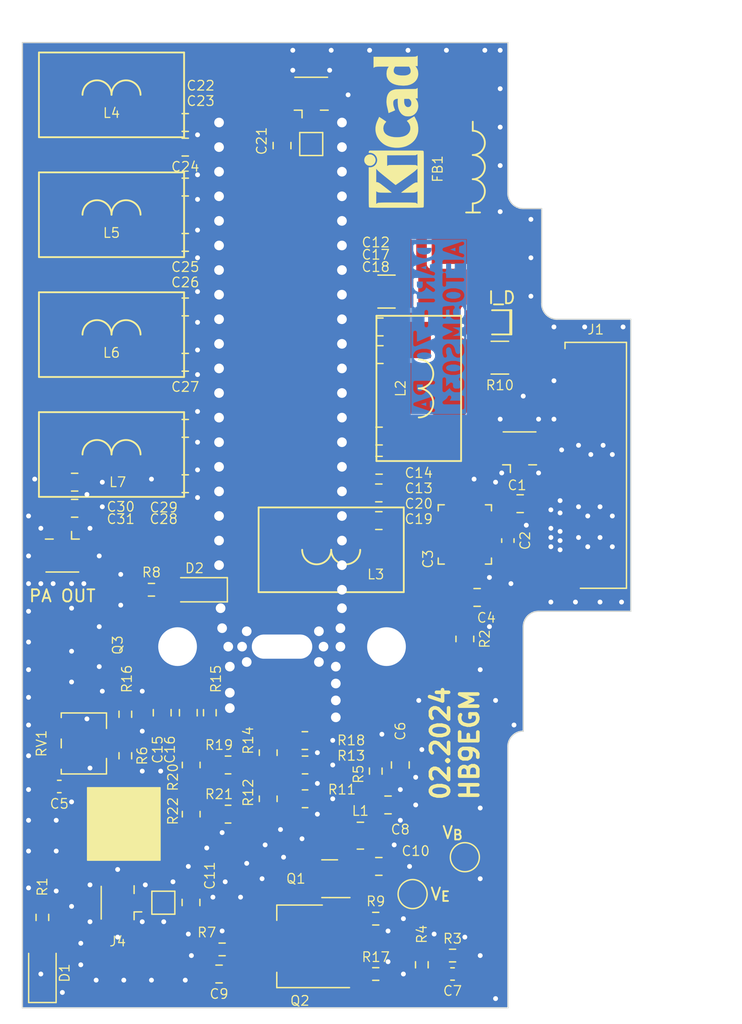
<source format=kicad_pcb>
(kicad_pcb (version 20221018) (generator pcbnew)

  (general
    (thickness 1.6)
  )

  (paper "A4")
  (title_block
    (title "DART-70 PA")
    (date "2024-01-20")
    (rev "0")
    (company "HB9EGM")
  )

  (layers
    (0 "F.Cu" signal)
    (31 "B.Cu" signal)
    (32 "B.Adhes" user "B.Adhesive")
    (33 "F.Adhes" user "F.Adhesive")
    (34 "B.Paste" user)
    (35 "F.Paste" user)
    (36 "B.SilkS" user "B.Silkscreen")
    (37 "F.SilkS" user "F.Silkscreen")
    (38 "B.Mask" user)
    (39 "F.Mask" user)
    (40 "Dwgs.User" user "User.Drawings")
    (41 "Cmts.User" user "User.Comments")
    (42 "Eco1.User" user "User.Eco1")
    (43 "Eco2.User" user "User.Eco2")
    (44 "Edge.Cuts" user)
    (45 "Margin" user)
    (46 "B.CrtYd" user "B.Courtyard")
    (47 "F.CrtYd" user "F.Courtyard")
    (48 "B.Fab" user)
    (49 "F.Fab" user)
    (50 "User.1" user)
    (51 "User.2" user)
    (52 "User.3" user)
    (53 "User.4" user)
    (54 "User.5" user)
    (55 "User.6" user)
    (56 "User.7" user)
    (57 "User.8" user)
    (58 "User.9" user)
  )

  (setup
    (pad_to_mask_clearance 0)
    (pcbplotparams
      (layerselection 0x00010fc_ffffffff)
      (plot_on_all_layers_selection 0x0000000_00000000)
      (disableapertmacros false)
      (usegerberextensions false)
      (usegerberattributes true)
      (usegerberadvancedattributes true)
      (creategerberjobfile true)
      (dashed_line_dash_ratio 12.000000)
      (dashed_line_gap_ratio 3.000000)
      (svgprecision 4)
      (plotframeref false)
      (viasonmask false)
      (mode 1)
      (useauxorigin false)
      (hpglpennumber 1)
      (hpglpenspeed 20)
      (hpglpendiameter 15.000000)
      (dxfpolygonmode true)
      (dxfimperialunits true)
      (dxfusepcbnewfont true)
      (psnegative false)
      (psa4output false)
      (plotreference true)
      (plotvalue true)
      (plotinvisibletext false)
      (sketchpadsonfab false)
      (subtractmaskfromsilk false)
      (outputformat 1)
      (mirror false)
      (drillshape 1)
      (scaleselection 1)
      (outputdirectory "")
    )
  )

  (net 0 "")
  (net 1 "Net-(C1-Pad1)")
  (net 2 "Net-(J1-Pin_5)")
  (net 3 "Net-(C2-Pad2)")
  (net 4 "GND")
  (net 5 "/VG_5V")
  (net 6 "/DC_IN")
  (net 7 "Net-(C8-Pad2)")
  (net 8 "Net-(C9-Pad1)")
  (net 9 "Net-(Q1-B)")
  (net 10 "Net-(Q1-E)")
  (net 11 "Net-(C11-Pad1)")
  (net 12 "Net-(Q1-C)")
  (net 13 "Net-(C12-Pad1)")
  (net 14 "Net-(C13-Pad1)")
  (net 15 "Net-(C15-Pad2)")
  (net 16 "Net-(J5-In)")
  (net 17 "Net-(Q3-D)")
  (net 18 "Net-(C26-Pad2)")
  (net 19 "Net-(J6-In)")
  (net 20 "Net-(D1-A)")
  (net 21 "Net-(D2-A)")
  (net 22 "Net-(J3-Pin_2)")
  (net 23 "Net-(J4-In)")
  (net 24 "Net-(Q3-G)")
  (net 25 "Net-(R6-Pad1)")
  (net 26 "/VGG1")
  (net 27 "Net-(R12-Pad2)")
  (net 28 "Net-(Q2-E)")
  (net 29 "Net-(R19-Pad1)")
  (net 30 "unconnected-(R19-Pad2)")
  (net 31 "Net-(R21-Pad1)")
  (net 32 "unconnected-(R21-Pad2)")
  (net 33 "Net-(R20-Pad1)")
  (net 34 "Net-(C24-Pad1)")
  (net 35 "Net-(C28-Pad1)")
  (net 36 "Net-(C21-Pad2)")

  (footprint "Capacitor_SMD:C_0805_2012Metric_Pad1.18x1.45mm_HandSolder" (layer "F.Cu") (at 198.374 129.032 180))

  (footprint "Capacitor_SMD:C_0603_1608Metric_Pad1.08x0.95mm_HandSolder" (layer "F.Cu") (at 203.708 143.002 180))

  (footprint "Resistor_SMD:R_0603_1608Metric_Pad0.98x0.95mm_HandSolder" (layer "F.Cu") (at 201.168 142.24 -90))

  (footprint "MountingHole:MountingHole_3.2mm_M3_DIN965_Pad" (layer "F.Cu") (at 198.247 115.951))

  (footprint "Resistor_SMD:R_0603_1608Metric_Pad0.98x0.95mm_HandSolder" (layer "F.Cu") (at 176.657 124.968 90))

  (footprint "mpb:large_inductor" (layer "F.Cu") (at 203.9785 76.327 180))

  (footprint "mpb:PinHeader_1x08_P2.54mm_Boardedge_SMD" (layer "F.Cu") (at 215.5455 100.97))

  (footprint "Symbol:KiCad-Logo_5mm_SilkScreen" (layer "F.Cu") (at 199.39 73.406 90))

  (footprint "Resistor_SMD:R_0805_2012Metric_Pad1.20x1.40mm_HandSolder" (layer "F.Cu") (at 182.102 125.73 90))

  (footprint "Potentiometer_SMD:Potentiometer_Bourns_3214W_Vertical" (layer "F.Cu") (at 173.228 123.952 90))

  (footprint "Capacitor_SMD:C_0805_2012Metric_Pad1.18x1.45mm_HandSolder" (layer "F.Cu") (at 181.61 92.456 180))

  (footprint "Resistor_SMD:R_0805_2012Metric_Pad1.20x1.40mm_HandSolder" (layer "F.Cu") (at 185.15 125.73))

  (footprint "Resistor_SMD:R_0805_2012Metric_Pad1.20x1.40mm_HandSolder" (layer "F.Cu") (at 204.724 115.316 -90))

  (footprint "Resistor_SMD:R_0603_1608Metric_Pad0.98x0.95mm_HandSolder" (layer "F.Cu") (at 197.358 126.238 90))

  (footprint "Capacitor_SMD:C_0805_2012Metric_Pad1.18x1.45mm_HandSolder" (layer "F.Cu") (at 181.61 102.489))

  (footprint "TestPoint:TestPoint_Pad_1.5x1.5mm" (layer "F.Cu") (at 192.024 74.422))

  (footprint "Capacitor_SMD:C_0805_2012Metric_Pad1.18x1.45mm_HandSolder" (layer "F.Cu") (at 197.612 134.112))

  (footprint "Diode_SMD:D_SOD-123F" (layer "F.Cu") (at 182.88 111.252 180))

  (footprint "TestPoint:TestPoint_Pad_D2.0mm" (layer "F.Cu") (at 204.724 133.35))

  (footprint "mpb:TO-270-2" (layer "F.Cu") (at 189.611 115.951 90))

  (footprint "Inductor_SMD:L_1008_2520Metric_Pad1.43x2.20mm_HandSolder" (layer "F.Cu") (at 196.088 131.572))

  (footprint "Capacitor_SMD:C_0805_2012Metric_Pad1.18x1.45mm_HandSolder" (layer "F.Cu") (at 181.61 97.917 180))

  (footprint "Capacitor_SMD:C_0805_2012Metric_Pad1.18x1.45mm_HandSolder" (layer "F.Cu") (at 205.74 111.887 180))

  (footprint "Resistor_SMD:R_0805_2012Metric_Pad1.20x1.40mm_HandSolder" (layer "F.Cu") (at 182.102 129.794 -90))

  (footprint "Resistor_SMD:R_0805_2012Metric_Pad1.20x1.40mm_HandSolder" (layer "F.Cu") (at 185.15 129.794))

  (footprint "Package_TO_SOT_SMD:SOT-23" (layer "F.Cu") (at 193.548 135.128 180))

  (footprint "Capacitor_SMD:C_0805_2012Metric_Pad1.18x1.45mm_HandSolder" (layer "F.Cu") (at 189.611 74.549 90))

  (footprint "Capacitor_SMD:C_0603_1608Metric_Pad1.08x0.95mm_HandSolder" (layer "F.Cu") (at 208.28 107.188 -90))

  (footprint "Connector_Coaxial:U.FL_Hirose_U.FL-R-SMT-1_Vertical" (layer "F.Cu") (at 171.45 107.95 -90))

  (footprint "Resistor_SMD:R_0805_2012Metric_Pad1.20x1.40mm_HandSolder" (layer "F.Cu") (at 191.516 125.73))

  (footprint "Connector_Coaxial:U.FL_Hirose_U.FL-R-SMT-1_Vertical" (layer "F.Cu") (at 176.497 137.111 180))

  (footprint "Resistor_SMD:R_0603_1608Metric_Pad0.98x0.95mm_HandSolder" (layer "F.Cu") (at 197.358 138.43))

  (footprint "Capacitor_SMD:C_0805_2012Metric_Pad1.18x1.45mm_HandSolder" (layer "F.Cu") (at 209.296 104.14))

  (footprint "Capacitor_SMD:C_0805_2012Metric_Pad1.18x1.45mm_HandSolder" (layer "F.Cu") (at 181.864 121.412 -90))

  (footprint "Capacitor_SMD:C_0805_2012Metric_Pad1.18x1.45mm_HandSolder" (layer "F.Cu") (at 184.404 143.002))

  (footprint "mpb:AirCoil-8mm-SMD" (layer "F.Cu") (at 175.514 70.358 -90))

  (footprint "Capacitor_SMD:C_0805_2012Metric_Pad1.18x1.45mm_HandSolder" (layer "F.Cu") (at 197.7005 89.535))

  (footprint "mpb:AirCoil-8mm-SMD" (layer "F.Cu") (at 175.514 90.17 -90))

  (footprint "Capacitor_SMD:C_0805_2012Metric_Pad1.18x1.45mm_HandSolder" (layer "F.Cu") (at 181.61 74.676))

  (footprint "Capacitor_SMD:C_1210_3225Metric_Pad1.33x2.70mm_HandSolder" (layer "F.Cu")
    (tstamp 7afc1cc6-8792-44f4-aae9-b0a6a418af00)
    (at 198.247 86.614 180)
    (descr "Capacitor SMD 1210 (3225 Metric), square (rectangular) end terminal, IPC_7351 nominal with elongated pad for handsoldering. (Body size source: IPC-SM-782 page 76, https://www.pcb-3d.com/wordpress/wp-content/uploads/ipc-sm-782a_amendment_1_and_2.pdf), generated with kicad-footprint-generator")
    (tags "capacitor handsolder")
    (property "MPN" "TAJA106K016RNJ")
    (property "Need_order" "0")
   
... [408204 chars truncated]
</source>
